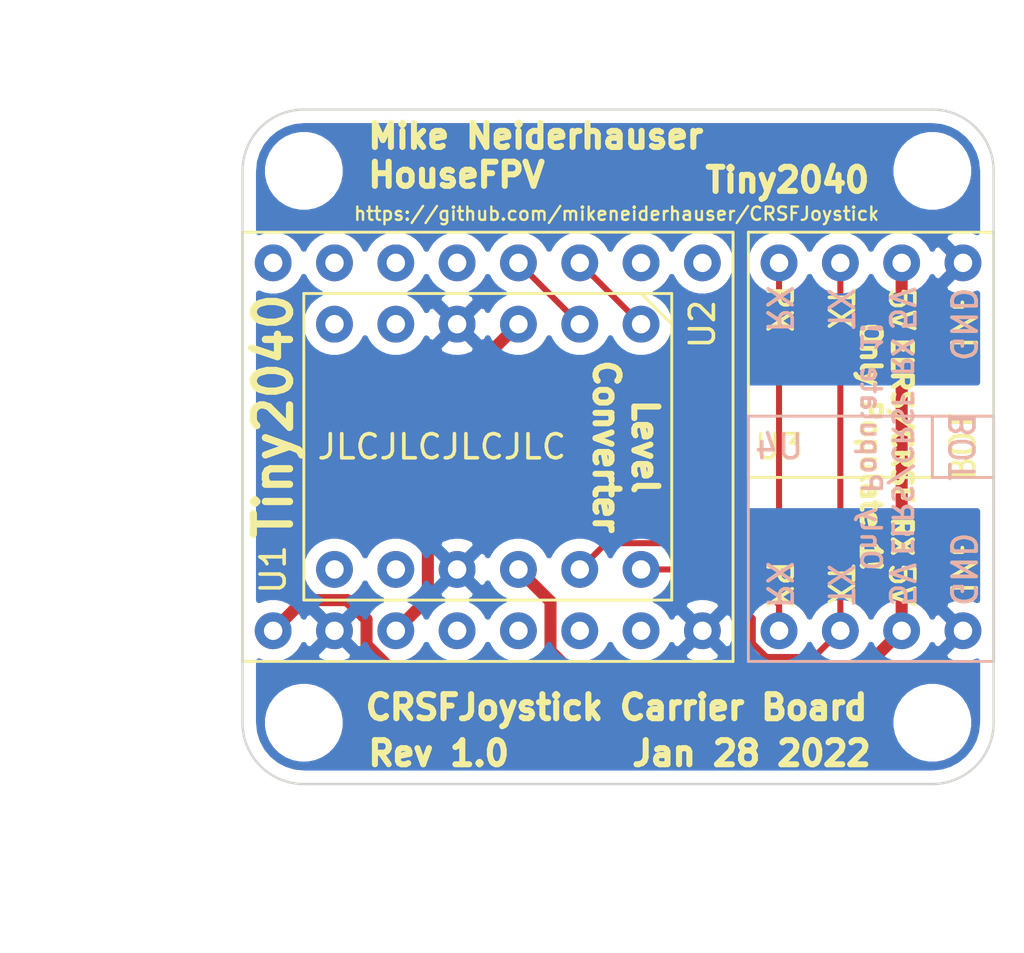
<source format=kicad_pcb>
(kicad_pcb (version 20171130) (host pcbnew "(5.1.9)-1")
  (layers (0 F.Cu signal) (31 B.Cu signal hide) (34 B.Paste user) (35 F.Paste user) (36 B.SilkS user) (37 F.SilkS user) (38 B.Mask user) (39 F.Mask user) (44 Edge.Cuts user))
  (net 0 "")
  (net 1 5V)
  (net 2 GND)
  (net 3 3v3)
  (net 4 "Net-(U1-Pad4)")
  (net 5 "Net-(U1-Pad5)")
  (net 6 "Net-(U1-Pad6)")
  (net 7 "Net-(U1-Pad7)")
  (net 8 "Net-(U1-Pad9)")
  (net 9 "Net-(U1-Pad10)")
  (net 10 RX)
  (net 11 TX)
  (net 12 "Net-(U1-Pad13)")
  (net 13 "Net-(U1-Pad14)")
  (net 14 "Net-(U1-Pad15)")
  (net 15 "Net-(U1-Pad16)")
  (net 16 "Net-(U2-Pad5)")
  (net 17 "Net-(U2-Pad6)")
  (net 18 "Net-(U2-Pad7)")
  (net 19 "Net-(U2-Pad8)")
  (net 20 CRSF_TX)
  (net 21 CRSF_RX)
  (module pico:HouseFPV_Logo (layer B.Cu) (at 42.926 102.616)
    (fp_text reference REF** hide)
    (fp_text value HouseFPV_Logo)
  )
  (module pico:level_converter (layer F.Cu) (at 40.64 96.52 270)
    (fp_text reference U2 (at -5.08 -8.89 90) (layer F.SilkS))
    (fp_text value level_converter hide)
    (pad 1 thru_hole circle (at -5.08 -6.35 270) (size 1.524 1.524) (drill 0.762) (layers *.Cu *.Mask) (net 10 RX))
    (pad 2 thru_hole circle (at -5.08 -3.81 270) (size 1.524 1.524) (drill 0.762) (layers *.Cu *.Mask) (net 11 TX))
    (pad 3 thru_hole circle (at -5.08 -1.27 270) (size 1.524 1.524) (drill 0.762) (layers *.Cu *.Mask) (net 3 3v3))
    (pad 4 thru_hole circle (at -5.08 1.27 270) (size 1.524 1.524) (drill 0.762) (layers *.Cu *.Mask) (net 2 GND))
    (pad 5 thru_hole circle (at -5.08 3.81 270) (size 1.524 1.524) (drill 0.762) (layers *.Cu *.Mask) (net 16 "Net-(U2-Pad5)"))
    (pad 6 thru_hole circle (at -5.08 6.35 270) (size 1.524 1.524) (drill 0.762) (layers *.Cu *.Mask) (net 17 "Net-(U2-Pad6)"))
    (pad 7 thru_hole circle (at 5.08 6.35 270) (size 1.524 1.524) (drill 0.762) (layers *.Cu *.Mask) (net 18 "Net-(U2-Pad7)"))
    (pad 8 thru_hole circle (at 5.08 3.81 270) (size 1.524 1.524) (drill 0.762) (layers *.Cu *.Mask) (net 19 "Net-(U2-Pad8)"))
    (pad 9 thru_hole circle (at 5.08 1.27 270) (size 1.524 1.524) (drill 0.762) (layers *.Cu *.Mask) (net 2 GND))
    (pad 10 thru_hole circle (at 5.08 -1.27 270) (size 1.524 1.524) (drill 0.762) (layers *.Cu *.Mask) (net 1 5V))
    (pad 11 thru_hole circle (at 5.08 -3.81 270) (size 1.524 1.524) (drill 0.762) (layers *.Cu *.Mask) (net 21 CRSF_RX))
    (pad 12 thru_hole circle (at 5.08 -6.35 270) (size 1.524 1.524) (drill 0.762) (layers *.Cu *.Mask) (net 20 CRSF_TX))
  )
  (module pico:ELRS_EP2 (layer F.Cu) (at 56.515 92.71 270)
    (fp_text reference U3 (at 3.81 3.81 180) (layer F.SilkS))
    (fp_text value CRSF_RX hide)
    (fp_text user BOT (at 3.81 -3.81 90) (layer F.SilkS))
    (pad 1 thru_hole circle (at -3.81 -3.81 270) (size 1.524 1.524) (drill 0.762) (layers *.Cu *.Mask) (net 2 GND))
    (pad 2 thru_hole circle (at -3.81 -1.27 270) (size 1.524 1.524) (drill 0.762) (layers *.Cu *.Mask) (net 1 5V))
    (pad 3 thru_hole circle (at -3.81 1.27 270) (size 1.524 1.524) (drill 0.762) (layers *.Cu *.Mask) (net 20 CRSF_TX))
    (pad 4 thru_hole circle (at -3.81 3.81 270) (size 1.524 1.524) (drill 0.762) (layers *.Cu *.Mask) (net 21 CRSF_RX))
  )
  (module pico:tiny2040_no_swd (layer F.Cu) (at 40.64 96.52 90)
    (fp_text reference U1 (at -5.08 -8.89 90) (layer F.SilkS))
    (fp_text value Tiny2040 hide)
    (pad 1 thru_hole circle (at -7.62 -8.89 90) (size 1.524 1.524) (drill 0.762) (layers *.Cu *.Mask) (net 1 5V))
    (pad 2 thru_hole circle (at -7.62 -6.35 90) (size 1.524 1.524) (drill 0.762) (layers *.Cu *.Mask) (net 2 GND))
    (pad 3 thru_hole circle (at -7.62 -3.81 90) (size 1.524 1.524) (drill 0.762) (layers *.Cu *.Mask) (net 3 3v3))
    (pad 4 thru_hole circle (at -7.62 -1.27 90) (size 1.524 1.524) (drill 0.762) (layers *.Cu *.Mask) (net 4 "Net-(U1-Pad4)"))
    (pad 5 thru_hole circle (at -7.62 1.27 90) (size 1.524 1.524) (drill 0.762) (layers *.Cu *.Mask) (net 5 "Net-(U1-Pad5)"))
    (pad 6 thru_hole circle (at -7.62 3.81 90) (size 1.524 1.524) (drill 0.762) (layers *.Cu *.Mask) (net 6 "Net-(U1-Pad6)"))
    (pad 7 thru_hole circle (at -7.62 6.35 90) (size 1.524 1.524) (drill 0.762) (layers *.Cu *.Mask) (net 7 "Net-(U1-Pad7)"))
    (pad 8 thru_hole circle (at -7.62 8.89 90) (size 1.524 1.524) (drill 0.762) (layers *.Cu *.Mask) (net 2 GND))
    (pad 9 thru_hole circle (at 7.62 8.89 90) (size 1.524 1.524) (drill 0.762) (layers *.Cu *.Mask) (net 8 "Net-(U1-Pad9)"))
    (pad 10 thru_hole circle (at 7.62 6.35 90) (size 1.524 1.524) (drill 0.762) (layers *.Cu *.Mask) (net 9 "Net-(U1-Pad10)"))
    (pad 11 thru_hole circle (at 7.62 3.81 90) (size 1.524 1.524) (drill 0.762) (layers *.Cu *.Mask) (net 10 RX))
    (pad 12 thru_hole circle (at 7.62 1.27 90) (size 1.524 1.524) (drill 0.762) (layers *.Cu *.Mask) (net 11 TX))
    (pad 13 thru_hole circle (at 7.62 -1.27 90) (size 1.524 1.524) (drill 0.762) (layers *.Cu *.Mask) (net 12 "Net-(U1-Pad13)"))
    (pad 14 thru_hole circle (at 7.62 -3.81 90) (size 1.524 1.524) (drill 0.762) (layers *.Cu *.Mask) (net 13 "Net-(U1-Pad14)"))
    (pad 15 thru_hole circle (at 7.62 -6.35 90) (size 1.524 1.524) (drill 0.762) (layers *.Cu *.Mask) (net 14 "Net-(U1-Pad15)"))
    (pad 16 thru_hole circle (at 7.62 -8.89 90) (size 1.524 1.524) (drill 0.762) (layers *.Cu *.Mask) (net 15 "Net-(U1-Pad16)"))
  )
  (module pico:ELRS_EP2 (layer B.Cu) (at 56.515 100.33 90)
    (fp_text reference U4 (at 3.81 -3.81) (layer B.SilkS) (effects (justify mirror)))
    (fp_text value CRSF_RX hide)
    (fp_text user BOT (at 3.81 3.81 270) (layer B.SilkS) (effects (justify mirror)))
    (pad 1 thru_hole circle (at -3.81 3.81 90) (size 1.524 1.524) (drill 0.762) (layers *.Cu *.Mask) (net 2 GND))
    (pad 2 thru_hole circle (at -3.81 1.27 90) (size 1.524 1.524) (drill 0.762) (layers *.Cu *.Mask) (net 1 5V))
    (pad 3 thru_hole circle (at -3.81 -1.27 90) (size 1.524 1.524) (drill 0.762) (layers *.Cu *.Mask) (net 20 CRSF_TX))
    (pad 4 thru_hole circle (at -3.81 -3.81 90) (size 1.524 1.524) (drill 0.762) (layers *.Cu *.Mask) (net 21 CRSF_RX))
  )
  (module MountingHole:MountingHole_2.2mm_M2 (layer F.Cu) (at 33.02 107.95)
    (fp_text reference H1 hide)
    (fp_text value MountingHole hide)
    (pad 1 np_thru_hole circle (at 0 0) (size 2.2 2.2) (drill 2.2) (layers *.Cu *.Mask))
  )
  (module MountingHole:MountingHole_2.2mm_M2 (layer F.Cu) (at 33.02 85.09)
    (fp_text reference H2 hide)
    (fp_text value MountingHole hide)
    (pad 1 np_thru_hole circle (at 0 0) (size 2.2 2.2) (drill 2.2) (layers *.Cu *.Mask))
  )
  (module MountingHole:MountingHole_2.2mm_M2 (layer F.Cu) (at 59.055 107.95)
    (fp_text reference H3 hide)
    (fp_text value MountingHole hide)
    (pad 1 np_thru_hole circle (at 0 0) (size 2.2 2.2) (drill 2.2) (layers *.Cu *.Mask))
  )
  (module MountingHole:MountingHole_2.2mm_M2 (layer F.Cu) (at 59.055 85.09)
    (fp_text reference H4 hide)
    (fp_text value MountingHole hide)
    (pad 1 np_thru_hole circle (at 0 0) (size 2.2 2.2) (drill 2.2) (layers *.Cu *.Mask))
  )
  (gr_text GND (at 60.325 101.6 270) (layer B.SilkS) (effects (font (size 1 1)) (justify mirror)))
  (gr_text 5V (at 57.785 102.235 270) (layer B.SilkS) (effects (font (size 1 1)) (justify mirror)))
  (gr_text TX (at 55.245 102.235 270) (layer B.SilkS) (effects (font (size 1 1)) (justify mirror)))
  (gr_text RX (at 52.705 102.235 270) (layer B.SilkS) (effects (font (size 1 1)) (justify mirror)))
  (gr_text RX (at 52.705 90.805 270) (layer B.SilkS) (effects (font (size 1 1)) (justify mirror)))
  (gr_text TX (at 55.245 90.805 270) (layer B.SilkS) (effects (font (size 1 1)) (justify mirror)))
  (gr_text 5V (at 57.785 90.805 270) (layer B.SilkS) (effects (font (size 1 1)) (justify mirror)))
  (gr_text GND (at 60.325 91.44 270) (layer B.SilkS) (effects (font (size 1 1)) (justify mirror)))
  (gr_text Tiny2040 (at 49.53 85.471) (layer F.SilkS) (effects (font (size 1 1) (thickness 0.25)) (justify left)))
  (gr_text JLCJLCJLCJLC (at 38.735 96.52) (layer F.SilkS) (effects (font (size 1 1))))
  (gr_text "ELRS/CRSF RX\nOnly Populate 1!" (at 57.15 96.52 270) (layer B.SilkS) (effects (font (size 0.8 0.8)) (justify mirror)))
  (gr_text "ELRS/CRSF RX\nOnly Populate 1!" (at 57.15 96.52 270) (layer F.SilkS) (effects (font (size 0.8 0.8) (thickness 0.2))))
  (gr_text https://github.com/mikeneiderhauser/CRSFJoystick (at 45.974 86.868) (layer F.SilkS) (effects (font (size 0.55 0.55) (thickness 0.1))))
  (gr_text "Jan 28 2022" (at 51.562 109.22) (layer F.SilkS) (effects (font (size 1 1) (thickness 0.25))))
  (gr_text "Rev 1.0" (at 38.608 109.22) (layer F.SilkS) (effects (font (size 1 1) (thickness 0.25))))
  (gr_text "Mike Neiderhauser\nHouseFPV" (at 35.56 84.455) (layer F.SilkS) (effects (font (size 1 1) (thickness 0.25)) (justify left)))
  (gr_text "CRSFJoystick Carrier Board" (at 45.974 107.315) (layer F.SilkS) (effects (font (size 1 1) (thickness 0.25))))
  (gr_text "Level\nConverter" (at 46.355 96.52 270) (layer F.SilkS) (effects (font (size 1 1) (thickness 0.25))))
  (gr_text Tiny2040 (at 31.75 95.25 90) (layer F.SilkS) (effects (font (size 1.5 1.5) (thickness 0.3))))
  (gr_line (start 30.48 107.95) (end 30.48 85.09) (layer Edge.Cuts) (width 0.1))
  (gr_line (start 59.055 110.49) (end 33.02 110.49) (layer Edge.Cuts) (width 0.1))
  (gr_line (start 61.595 85.09) (end 61.595 107.95) (layer Edge.Cuts) (width 0.1))
  (gr_line (start 33.02 82.55) (end 59.055 82.55) (layer Edge.Cuts) (width 0.1))
  (gr_arc (start 33.02 107.95) (end 30.48 107.95) (angle -90) (layer Edge.Cuts) (width 0.1))
  (gr_arc (start 59.055 107.95) (end 59.055 110.49) (angle -90) (layer Edge.Cuts) (width 0.1))
  (gr_arc (start 59.055 85.09) (end 61.595 85.09) (angle -90) (layer Edge.Cuts) (width 0.1))
  (gr_arc (start 33.02 85.09) (end 33.02 82.55) (angle -90) (layer Edge.Cuts) (width 0.1))
  (gr_text RX (at 52.705 102.235 270) (layer F.SilkS) (effects (font (size 1 1))))
  (gr_text TX (at 55.245 102.235 270) (layer F.SilkS) (effects (font (size 1 1))))
  (gr_text 5V (at 57.785 102.235 270) (layer F.SilkS) (effects (font (size 1 1))))
  (gr_text GND (at 60.325 101.6 270) (layer F.SilkS) (effects (font (size 1 1))))
  (gr_text "RX\n" (at 52.705 90.805 270) (layer F.SilkS) (effects (font (size 1 1))))
  (gr_text TX (at 55.245 90.805 270) (layer F.SilkS) (effects (font (size 1 1))))
  (gr_text 5V (at 57.785 90.805 270) (layer F.SilkS) (effects (font (size 1 1))))
  (gr_text GND (at 60.325 91.44 270) (layer F.SilkS) (effects (font (size 1 1))))
  (segment (start 57.785 104.14) (end 57.785 88.9) (width 0.5) (layer F.Cu) (net 1))
  (segment (start 56.122989 105.802011) (end 57.785 104.14) (width 0.5) (layer F.Cu) (net 1))
  (segment (start 44.057989 105.802011) (end 43.237999 104.982021) (width 0.5) (layer F.Cu) (net 1))
  (segment (start 43.237999 102.927999) (end 41.91 101.6) (width 0.5) (layer F.Cu) (net 1))
  (segment (start 43.237999 104.982021) (end 43.237999 102.927999) (width 0.5) (layer F.Cu) (net 1))
  (segment (start 44.057989 105.802011) (end 56.122989 105.802011) (width 0.5) (layer F.Cu) (net 1))
  (segment (start 31.75 104.14) (end 33.02 102.87) (width 0.5) (layer F.Cu) (net 1))
  (segment (start 36.698249 105.802011) (end 44.057989 105.802011) (width 0.5) (layer F.Cu) (net 1))
  (segment (start 35.617999 104.721761) (end 36.698249 105.802011) (width 0.5) (layer F.Cu) (net 1))
  (segment (start 35.617999 103.674237) (end 35.617999 104.721761) (width 0.5) (layer F.Cu) (net 1))
  (segment (start 34.813762 102.87) (end 35.617999 103.674237) (width 0.5) (layer F.Cu) (net 1))
  (segment (start 33.02 102.87) (end 34.813762 102.87) (width 0.5) (layer F.Cu) (net 1))
  (segment (start 38.1 95.25) (end 41.91 91.44) (width 0.5) (layer F.Cu) (net 3))
  (segment (start 38.1 99.537999) (end 38.1 95.25) (width 0.5) (layer F.Cu) (net 3))
  (segment (start 38.157999 99.595998) (end 38.1 99.537999) (width 0.5) (layer F.Cu) (net 3))
  (segment (start 38.157999 102.812001) (end 38.157999 99.595998) (width 0.5) (layer F.Cu) (net 3))
  (segment (start 36.83 104.14) (end 38.157999 102.812001) (width 0.5) (layer F.Cu) (net 3))
  (segment (start 44.45 88.9) (end 46.99 91.44) (width 0.25) (layer F.Cu) (net 10))
  (segment (start 41.91 88.9) (end 44.45 91.44) (width 0.25) (layer F.Cu) (net 11))
  (segment (start 55.245 104.14) (end 55.245 88.9) (width 0.25) (layer F.Cu) (net 20))
  (segment (start 54.157999 105.227001) (end 55.245 104.14) (width 0.25) (layer F.Cu) (net 20))
  (segment (start 52.183239 105.227001) (end 54.157999 105.227001) (width 0.25) (layer F.Cu) (net 20))
  (segment (start 51.617999 103.625811) (end 51.617999 104.661761) (width 0.25) (layer F.Cu) (net 20))
  (segment (start 51.617999 104.661761) (end 52.183239 105.227001) (width 0.25) (layer F.Cu) (net 20))
  (segment (start 49.592188 101.6) (end 51.617999 103.625811) (width 0.25) (layer F.Cu) (net 20))
  (segment (start 46.99 101.6) (end 49.592188 101.6) (width 0.25) (layer F.Cu) (net 20))
  (segment (start 52.705 88.9) (end 52.705 104.14) (width 0.25) (layer F.Cu) (net 21))
  (segment (start 50.155629 100.512999) (end 52.705 103.06237) (width 0.25) (layer F.Cu) (net 21))
  (segment (start 45.537001 100.512999) (end 50.155629 100.512999) (width 0.25) (layer F.Cu) (net 21))
  (segment (start 52.705 103.06237) (end 52.705 104.14) (width 0.25) (layer F.Cu) (net 21))
  (segment (start 44.45 101.6) (end 45.537001 100.512999) (width 0.25) (layer F.Cu) (net 21))
  (zone (net 0) (net_name "") (layers F&B.Cu) (connect_pads (clearance 0.508)) (min_thickness 0.254)
    (keepout (tracks allowed) (vias allowed) (copperpour not_allowed))
    (fill (arc_segments 32) (thermal_gap 0.508) (thermal_bridge_width 0.508))
    (polygon (pts (xy 61.595 99.06) (xy 51.435 99.06) (xy 51.435 93.98) (xy 61.595 93.98)))
  )
  (zone (net 2) (net_name GND) (layer B.Cu) (connect_pads (clearance 0.508)) (min_thickness 0.254) (fill yes (arc_segments 32) (thermal_gap 0.508) (thermal_bridge_width 0.508))
    (polygon (pts (xy 61.595 110.49) (xy 30.48 110.49) (xy 30.48 82.55) (xy 61.595 82.55)))
  )
)
</source>
